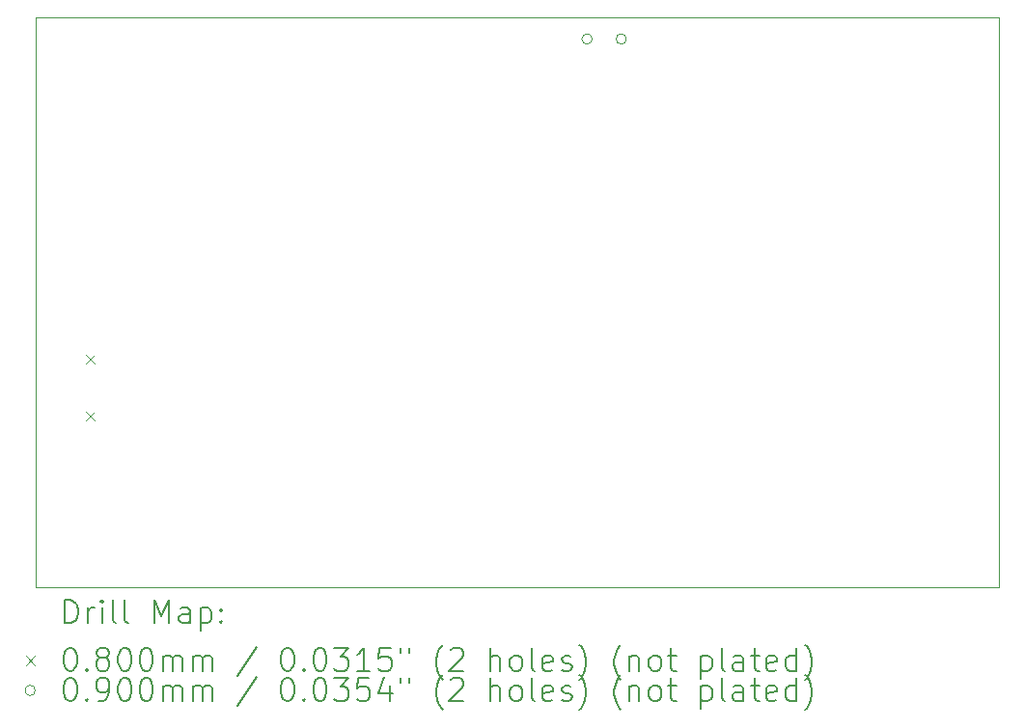
<source format=gbr>
%TF.GenerationSoftware,KiCad,Pcbnew,8.0.5*%
%TF.CreationDate,2024-11-27T11:34:08-05:00*%
%TF.ProjectId,Alfond PCB,416c666f-6e64-4205-9043-422e6b696361,rev?*%
%TF.SameCoordinates,Original*%
%TF.FileFunction,Drillmap*%
%TF.FilePolarity,Positive*%
%FSLAX45Y45*%
G04 Gerber Fmt 4.5, Leading zero omitted, Abs format (unit mm)*
G04 Created by KiCad (PCBNEW 8.0.5) date 2024-11-27 11:34:08*
%MOMM*%
%LPD*%
G01*
G04 APERTURE LIST*
%ADD10C,0.100000*%
%ADD11C,0.200000*%
G04 APERTURE END LIST*
D10*
X16100000Y-4800000D02*
X24550000Y-4800000D01*
X24550000Y-9800000D01*
X16100000Y-9800000D01*
X16100000Y-4800000D01*
D11*
D10*
X16540000Y-7760000D02*
X16620000Y-7840000D01*
X16620000Y-7760000D02*
X16540000Y-7840000D01*
X16540000Y-8260000D02*
X16620000Y-8340000D01*
X16620000Y-8260000D02*
X16540000Y-8340000D01*
X20980000Y-4989000D02*
G75*
G02*
X20890000Y-4989000I-45000J0D01*
G01*
X20890000Y-4989000D02*
G75*
G02*
X20980000Y-4989000I45000J0D01*
G01*
X21280000Y-4989000D02*
G75*
G02*
X21190000Y-4989000I-45000J0D01*
G01*
X21190000Y-4989000D02*
G75*
G02*
X21280000Y-4989000I45000J0D01*
G01*
D11*
X16355777Y-10116484D02*
X16355777Y-9916484D01*
X16355777Y-9916484D02*
X16403396Y-9916484D01*
X16403396Y-9916484D02*
X16431967Y-9926008D01*
X16431967Y-9926008D02*
X16451015Y-9945055D01*
X16451015Y-9945055D02*
X16460539Y-9964103D01*
X16460539Y-9964103D02*
X16470062Y-10002198D01*
X16470062Y-10002198D02*
X16470062Y-10030770D01*
X16470062Y-10030770D02*
X16460539Y-10068865D01*
X16460539Y-10068865D02*
X16451015Y-10087912D01*
X16451015Y-10087912D02*
X16431967Y-10106960D01*
X16431967Y-10106960D02*
X16403396Y-10116484D01*
X16403396Y-10116484D02*
X16355777Y-10116484D01*
X16555777Y-10116484D02*
X16555777Y-9983150D01*
X16555777Y-10021246D02*
X16565301Y-10002198D01*
X16565301Y-10002198D02*
X16574824Y-9992674D01*
X16574824Y-9992674D02*
X16593872Y-9983150D01*
X16593872Y-9983150D02*
X16612920Y-9983150D01*
X16679586Y-10116484D02*
X16679586Y-9983150D01*
X16679586Y-9916484D02*
X16670062Y-9926008D01*
X16670062Y-9926008D02*
X16679586Y-9935531D01*
X16679586Y-9935531D02*
X16689110Y-9926008D01*
X16689110Y-9926008D02*
X16679586Y-9916484D01*
X16679586Y-9916484D02*
X16679586Y-9935531D01*
X16803396Y-10116484D02*
X16784348Y-10106960D01*
X16784348Y-10106960D02*
X16774824Y-10087912D01*
X16774824Y-10087912D02*
X16774824Y-9916484D01*
X16908158Y-10116484D02*
X16889110Y-10106960D01*
X16889110Y-10106960D02*
X16879586Y-10087912D01*
X16879586Y-10087912D02*
X16879586Y-9916484D01*
X17136729Y-10116484D02*
X17136729Y-9916484D01*
X17136729Y-9916484D02*
X17203396Y-10059341D01*
X17203396Y-10059341D02*
X17270063Y-9916484D01*
X17270063Y-9916484D02*
X17270063Y-10116484D01*
X17451015Y-10116484D02*
X17451015Y-10011722D01*
X17451015Y-10011722D02*
X17441491Y-9992674D01*
X17441491Y-9992674D02*
X17422444Y-9983150D01*
X17422444Y-9983150D02*
X17384348Y-9983150D01*
X17384348Y-9983150D02*
X17365301Y-9992674D01*
X17451015Y-10106960D02*
X17431967Y-10116484D01*
X17431967Y-10116484D02*
X17384348Y-10116484D01*
X17384348Y-10116484D02*
X17365301Y-10106960D01*
X17365301Y-10106960D02*
X17355777Y-10087912D01*
X17355777Y-10087912D02*
X17355777Y-10068865D01*
X17355777Y-10068865D02*
X17365301Y-10049817D01*
X17365301Y-10049817D02*
X17384348Y-10040293D01*
X17384348Y-10040293D02*
X17431967Y-10040293D01*
X17431967Y-10040293D02*
X17451015Y-10030770D01*
X17546253Y-9983150D02*
X17546253Y-10183150D01*
X17546253Y-9992674D02*
X17565301Y-9983150D01*
X17565301Y-9983150D02*
X17603396Y-9983150D01*
X17603396Y-9983150D02*
X17622444Y-9992674D01*
X17622444Y-9992674D02*
X17631967Y-10002198D01*
X17631967Y-10002198D02*
X17641491Y-10021246D01*
X17641491Y-10021246D02*
X17641491Y-10078389D01*
X17641491Y-10078389D02*
X17631967Y-10097436D01*
X17631967Y-10097436D02*
X17622444Y-10106960D01*
X17622444Y-10106960D02*
X17603396Y-10116484D01*
X17603396Y-10116484D02*
X17565301Y-10116484D01*
X17565301Y-10116484D02*
X17546253Y-10106960D01*
X17727205Y-10097436D02*
X17736729Y-10106960D01*
X17736729Y-10106960D02*
X17727205Y-10116484D01*
X17727205Y-10116484D02*
X17717682Y-10106960D01*
X17717682Y-10106960D02*
X17727205Y-10097436D01*
X17727205Y-10097436D02*
X17727205Y-10116484D01*
X17727205Y-9992674D02*
X17736729Y-10002198D01*
X17736729Y-10002198D02*
X17727205Y-10011722D01*
X17727205Y-10011722D02*
X17717682Y-10002198D01*
X17717682Y-10002198D02*
X17727205Y-9992674D01*
X17727205Y-9992674D02*
X17727205Y-10011722D01*
D10*
X16015000Y-10405000D02*
X16095000Y-10485000D01*
X16095000Y-10405000D02*
X16015000Y-10485000D01*
D11*
X16393872Y-10336484D02*
X16412920Y-10336484D01*
X16412920Y-10336484D02*
X16431967Y-10346008D01*
X16431967Y-10346008D02*
X16441491Y-10355531D01*
X16441491Y-10355531D02*
X16451015Y-10374579D01*
X16451015Y-10374579D02*
X16460539Y-10412674D01*
X16460539Y-10412674D02*
X16460539Y-10460293D01*
X16460539Y-10460293D02*
X16451015Y-10498389D01*
X16451015Y-10498389D02*
X16441491Y-10517436D01*
X16441491Y-10517436D02*
X16431967Y-10526960D01*
X16431967Y-10526960D02*
X16412920Y-10536484D01*
X16412920Y-10536484D02*
X16393872Y-10536484D01*
X16393872Y-10536484D02*
X16374824Y-10526960D01*
X16374824Y-10526960D02*
X16365301Y-10517436D01*
X16365301Y-10517436D02*
X16355777Y-10498389D01*
X16355777Y-10498389D02*
X16346253Y-10460293D01*
X16346253Y-10460293D02*
X16346253Y-10412674D01*
X16346253Y-10412674D02*
X16355777Y-10374579D01*
X16355777Y-10374579D02*
X16365301Y-10355531D01*
X16365301Y-10355531D02*
X16374824Y-10346008D01*
X16374824Y-10346008D02*
X16393872Y-10336484D01*
X16546253Y-10517436D02*
X16555777Y-10526960D01*
X16555777Y-10526960D02*
X16546253Y-10536484D01*
X16546253Y-10536484D02*
X16536729Y-10526960D01*
X16536729Y-10526960D02*
X16546253Y-10517436D01*
X16546253Y-10517436D02*
X16546253Y-10536484D01*
X16670062Y-10422198D02*
X16651015Y-10412674D01*
X16651015Y-10412674D02*
X16641491Y-10403150D01*
X16641491Y-10403150D02*
X16631967Y-10384103D01*
X16631967Y-10384103D02*
X16631967Y-10374579D01*
X16631967Y-10374579D02*
X16641491Y-10355531D01*
X16641491Y-10355531D02*
X16651015Y-10346008D01*
X16651015Y-10346008D02*
X16670062Y-10336484D01*
X16670062Y-10336484D02*
X16708158Y-10336484D01*
X16708158Y-10336484D02*
X16727205Y-10346008D01*
X16727205Y-10346008D02*
X16736729Y-10355531D01*
X16736729Y-10355531D02*
X16746253Y-10374579D01*
X16746253Y-10374579D02*
X16746253Y-10384103D01*
X16746253Y-10384103D02*
X16736729Y-10403150D01*
X16736729Y-10403150D02*
X16727205Y-10412674D01*
X16727205Y-10412674D02*
X16708158Y-10422198D01*
X16708158Y-10422198D02*
X16670062Y-10422198D01*
X16670062Y-10422198D02*
X16651015Y-10431722D01*
X16651015Y-10431722D02*
X16641491Y-10441246D01*
X16641491Y-10441246D02*
X16631967Y-10460293D01*
X16631967Y-10460293D02*
X16631967Y-10498389D01*
X16631967Y-10498389D02*
X16641491Y-10517436D01*
X16641491Y-10517436D02*
X16651015Y-10526960D01*
X16651015Y-10526960D02*
X16670062Y-10536484D01*
X16670062Y-10536484D02*
X16708158Y-10536484D01*
X16708158Y-10536484D02*
X16727205Y-10526960D01*
X16727205Y-10526960D02*
X16736729Y-10517436D01*
X16736729Y-10517436D02*
X16746253Y-10498389D01*
X16746253Y-10498389D02*
X16746253Y-10460293D01*
X16746253Y-10460293D02*
X16736729Y-10441246D01*
X16736729Y-10441246D02*
X16727205Y-10431722D01*
X16727205Y-10431722D02*
X16708158Y-10422198D01*
X16870063Y-10336484D02*
X16889110Y-10336484D01*
X16889110Y-10336484D02*
X16908158Y-10346008D01*
X16908158Y-10346008D02*
X16917682Y-10355531D01*
X16917682Y-10355531D02*
X16927205Y-10374579D01*
X16927205Y-10374579D02*
X16936729Y-10412674D01*
X16936729Y-10412674D02*
X16936729Y-10460293D01*
X16936729Y-10460293D02*
X16927205Y-10498389D01*
X16927205Y-10498389D02*
X16917682Y-10517436D01*
X16917682Y-10517436D02*
X16908158Y-10526960D01*
X16908158Y-10526960D02*
X16889110Y-10536484D01*
X16889110Y-10536484D02*
X16870063Y-10536484D01*
X16870063Y-10536484D02*
X16851015Y-10526960D01*
X16851015Y-10526960D02*
X16841491Y-10517436D01*
X16841491Y-10517436D02*
X16831967Y-10498389D01*
X16831967Y-10498389D02*
X16822444Y-10460293D01*
X16822444Y-10460293D02*
X16822444Y-10412674D01*
X16822444Y-10412674D02*
X16831967Y-10374579D01*
X16831967Y-10374579D02*
X16841491Y-10355531D01*
X16841491Y-10355531D02*
X16851015Y-10346008D01*
X16851015Y-10346008D02*
X16870063Y-10336484D01*
X17060539Y-10336484D02*
X17079586Y-10336484D01*
X17079586Y-10336484D02*
X17098634Y-10346008D01*
X17098634Y-10346008D02*
X17108158Y-10355531D01*
X17108158Y-10355531D02*
X17117682Y-10374579D01*
X17117682Y-10374579D02*
X17127205Y-10412674D01*
X17127205Y-10412674D02*
X17127205Y-10460293D01*
X17127205Y-10460293D02*
X17117682Y-10498389D01*
X17117682Y-10498389D02*
X17108158Y-10517436D01*
X17108158Y-10517436D02*
X17098634Y-10526960D01*
X17098634Y-10526960D02*
X17079586Y-10536484D01*
X17079586Y-10536484D02*
X17060539Y-10536484D01*
X17060539Y-10536484D02*
X17041491Y-10526960D01*
X17041491Y-10526960D02*
X17031967Y-10517436D01*
X17031967Y-10517436D02*
X17022444Y-10498389D01*
X17022444Y-10498389D02*
X17012920Y-10460293D01*
X17012920Y-10460293D02*
X17012920Y-10412674D01*
X17012920Y-10412674D02*
X17022444Y-10374579D01*
X17022444Y-10374579D02*
X17031967Y-10355531D01*
X17031967Y-10355531D02*
X17041491Y-10346008D01*
X17041491Y-10346008D02*
X17060539Y-10336484D01*
X17212920Y-10536484D02*
X17212920Y-10403150D01*
X17212920Y-10422198D02*
X17222444Y-10412674D01*
X17222444Y-10412674D02*
X17241491Y-10403150D01*
X17241491Y-10403150D02*
X17270063Y-10403150D01*
X17270063Y-10403150D02*
X17289110Y-10412674D01*
X17289110Y-10412674D02*
X17298634Y-10431722D01*
X17298634Y-10431722D02*
X17298634Y-10536484D01*
X17298634Y-10431722D02*
X17308158Y-10412674D01*
X17308158Y-10412674D02*
X17327205Y-10403150D01*
X17327205Y-10403150D02*
X17355777Y-10403150D01*
X17355777Y-10403150D02*
X17374825Y-10412674D01*
X17374825Y-10412674D02*
X17384348Y-10431722D01*
X17384348Y-10431722D02*
X17384348Y-10536484D01*
X17479586Y-10536484D02*
X17479586Y-10403150D01*
X17479586Y-10422198D02*
X17489110Y-10412674D01*
X17489110Y-10412674D02*
X17508158Y-10403150D01*
X17508158Y-10403150D02*
X17536729Y-10403150D01*
X17536729Y-10403150D02*
X17555777Y-10412674D01*
X17555777Y-10412674D02*
X17565301Y-10431722D01*
X17565301Y-10431722D02*
X17565301Y-10536484D01*
X17565301Y-10431722D02*
X17574825Y-10412674D01*
X17574825Y-10412674D02*
X17593872Y-10403150D01*
X17593872Y-10403150D02*
X17622444Y-10403150D01*
X17622444Y-10403150D02*
X17641491Y-10412674D01*
X17641491Y-10412674D02*
X17651015Y-10431722D01*
X17651015Y-10431722D02*
X17651015Y-10536484D01*
X18041491Y-10326960D02*
X17870063Y-10584103D01*
X18298634Y-10336484D02*
X18317682Y-10336484D01*
X18317682Y-10336484D02*
X18336729Y-10346008D01*
X18336729Y-10346008D02*
X18346253Y-10355531D01*
X18346253Y-10355531D02*
X18355777Y-10374579D01*
X18355777Y-10374579D02*
X18365301Y-10412674D01*
X18365301Y-10412674D02*
X18365301Y-10460293D01*
X18365301Y-10460293D02*
X18355777Y-10498389D01*
X18355777Y-10498389D02*
X18346253Y-10517436D01*
X18346253Y-10517436D02*
X18336729Y-10526960D01*
X18336729Y-10526960D02*
X18317682Y-10536484D01*
X18317682Y-10536484D02*
X18298634Y-10536484D01*
X18298634Y-10536484D02*
X18279587Y-10526960D01*
X18279587Y-10526960D02*
X18270063Y-10517436D01*
X18270063Y-10517436D02*
X18260539Y-10498389D01*
X18260539Y-10498389D02*
X18251015Y-10460293D01*
X18251015Y-10460293D02*
X18251015Y-10412674D01*
X18251015Y-10412674D02*
X18260539Y-10374579D01*
X18260539Y-10374579D02*
X18270063Y-10355531D01*
X18270063Y-10355531D02*
X18279587Y-10346008D01*
X18279587Y-10346008D02*
X18298634Y-10336484D01*
X18451015Y-10517436D02*
X18460539Y-10526960D01*
X18460539Y-10526960D02*
X18451015Y-10536484D01*
X18451015Y-10536484D02*
X18441491Y-10526960D01*
X18441491Y-10526960D02*
X18451015Y-10517436D01*
X18451015Y-10517436D02*
X18451015Y-10536484D01*
X18584348Y-10336484D02*
X18603396Y-10336484D01*
X18603396Y-10336484D02*
X18622444Y-10346008D01*
X18622444Y-10346008D02*
X18631968Y-10355531D01*
X18631968Y-10355531D02*
X18641491Y-10374579D01*
X18641491Y-10374579D02*
X18651015Y-10412674D01*
X18651015Y-10412674D02*
X18651015Y-10460293D01*
X18651015Y-10460293D02*
X18641491Y-10498389D01*
X18641491Y-10498389D02*
X18631968Y-10517436D01*
X18631968Y-10517436D02*
X18622444Y-10526960D01*
X18622444Y-10526960D02*
X18603396Y-10536484D01*
X18603396Y-10536484D02*
X18584348Y-10536484D01*
X18584348Y-10536484D02*
X18565301Y-10526960D01*
X18565301Y-10526960D02*
X18555777Y-10517436D01*
X18555777Y-10517436D02*
X18546253Y-10498389D01*
X18546253Y-10498389D02*
X18536729Y-10460293D01*
X18536729Y-10460293D02*
X18536729Y-10412674D01*
X18536729Y-10412674D02*
X18546253Y-10374579D01*
X18546253Y-10374579D02*
X18555777Y-10355531D01*
X18555777Y-10355531D02*
X18565301Y-10346008D01*
X18565301Y-10346008D02*
X18584348Y-10336484D01*
X18717682Y-10336484D02*
X18841491Y-10336484D01*
X18841491Y-10336484D02*
X18774825Y-10412674D01*
X18774825Y-10412674D02*
X18803396Y-10412674D01*
X18803396Y-10412674D02*
X18822444Y-10422198D01*
X18822444Y-10422198D02*
X18831968Y-10431722D01*
X18831968Y-10431722D02*
X18841491Y-10450770D01*
X18841491Y-10450770D02*
X18841491Y-10498389D01*
X18841491Y-10498389D02*
X18831968Y-10517436D01*
X18831968Y-10517436D02*
X18822444Y-10526960D01*
X18822444Y-10526960D02*
X18803396Y-10536484D01*
X18803396Y-10536484D02*
X18746253Y-10536484D01*
X18746253Y-10536484D02*
X18727206Y-10526960D01*
X18727206Y-10526960D02*
X18717682Y-10517436D01*
X19031968Y-10536484D02*
X18917682Y-10536484D01*
X18974825Y-10536484D02*
X18974825Y-10336484D01*
X18974825Y-10336484D02*
X18955777Y-10365055D01*
X18955777Y-10365055D02*
X18936729Y-10384103D01*
X18936729Y-10384103D02*
X18917682Y-10393627D01*
X19212920Y-10336484D02*
X19117682Y-10336484D01*
X19117682Y-10336484D02*
X19108158Y-10431722D01*
X19108158Y-10431722D02*
X19117682Y-10422198D01*
X19117682Y-10422198D02*
X19136729Y-10412674D01*
X19136729Y-10412674D02*
X19184349Y-10412674D01*
X19184349Y-10412674D02*
X19203396Y-10422198D01*
X19203396Y-10422198D02*
X19212920Y-10431722D01*
X19212920Y-10431722D02*
X19222444Y-10450770D01*
X19222444Y-10450770D02*
X19222444Y-10498389D01*
X19222444Y-10498389D02*
X19212920Y-10517436D01*
X19212920Y-10517436D02*
X19203396Y-10526960D01*
X19203396Y-10526960D02*
X19184349Y-10536484D01*
X19184349Y-10536484D02*
X19136729Y-10536484D01*
X19136729Y-10536484D02*
X19117682Y-10526960D01*
X19117682Y-10526960D02*
X19108158Y-10517436D01*
X19298634Y-10336484D02*
X19298634Y-10374579D01*
X19374825Y-10336484D02*
X19374825Y-10374579D01*
X19670063Y-10612674D02*
X19660539Y-10603150D01*
X19660539Y-10603150D02*
X19641491Y-10574579D01*
X19641491Y-10574579D02*
X19631968Y-10555531D01*
X19631968Y-10555531D02*
X19622444Y-10526960D01*
X19622444Y-10526960D02*
X19612920Y-10479341D01*
X19612920Y-10479341D02*
X19612920Y-10441246D01*
X19612920Y-10441246D02*
X19622444Y-10393627D01*
X19622444Y-10393627D02*
X19631968Y-10365055D01*
X19631968Y-10365055D02*
X19641491Y-10346008D01*
X19641491Y-10346008D02*
X19660539Y-10317436D01*
X19660539Y-10317436D02*
X19670063Y-10307912D01*
X19736730Y-10355531D02*
X19746253Y-10346008D01*
X19746253Y-10346008D02*
X19765301Y-10336484D01*
X19765301Y-10336484D02*
X19812920Y-10336484D01*
X19812920Y-10336484D02*
X19831968Y-10346008D01*
X19831968Y-10346008D02*
X19841491Y-10355531D01*
X19841491Y-10355531D02*
X19851015Y-10374579D01*
X19851015Y-10374579D02*
X19851015Y-10393627D01*
X19851015Y-10393627D02*
X19841491Y-10422198D01*
X19841491Y-10422198D02*
X19727206Y-10536484D01*
X19727206Y-10536484D02*
X19851015Y-10536484D01*
X20089111Y-10536484D02*
X20089111Y-10336484D01*
X20174825Y-10536484D02*
X20174825Y-10431722D01*
X20174825Y-10431722D02*
X20165301Y-10412674D01*
X20165301Y-10412674D02*
X20146253Y-10403150D01*
X20146253Y-10403150D02*
X20117682Y-10403150D01*
X20117682Y-10403150D02*
X20098634Y-10412674D01*
X20098634Y-10412674D02*
X20089111Y-10422198D01*
X20298634Y-10536484D02*
X20279587Y-10526960D01*
X20279587Y-10526960D02*
X20270063Y-10517436D01*
X20270063Y-10517436D02*
X20260539Y-10498389D01*
X20260539Y-10498389D02*
X20260539Y-10441246D01*
X20260539Y-10441246D02*
X20270063Y-10422198D01*
X20270063Y-10422198D02*
X20279587Y-10412674D01*
X20279587Y-10412674D02*
X20298634Y-10403150D01*
X20298634Y-10403150D02*
X20327206Y-10403150D01*
X20327206Y-10403150D02*
X20346253Y-10412674D01*
X20346253Y-10412674D02*
X20355777Y-10422198D01*
X20355777Y-10422198D02*
X20365301Y-10441246D01*
X20365301Y-10441246D02*
X20365301Y-10498389D01*
X20365301Y-10498389D02*
X20355777Y-10517436D01*
X20355777Y-10517436D02*
X20346253Y-10526960D01*
X20346253Y-10526960D02*
X20327206Y-10536484D01*
X20327206Y-10536484D02*
X20298634Y-10536484D01*
X20479587Y-10536484D02*
X20460539Y-10526960D01*
X20460539Y-10526960D02*
X20451015Y-10507912D01*
X20451015Y-10507912D02*
X20451015Y-10336484D01*
X20631968Y-10526960D02*
X20612920Y-10536484D01*
X20612920Y-10536484D02*
X20574825Y-10536484D01*
X20574825Y-10536484D02*
X20555777Y-10526960D01*
X20555777Y-10526960D02*
X20546253Y-10507912D01*
X20546253Y-10507912D02*
X20546253Y-10431722D01*
X20546253Y-10431722D02*
X20555777Y-10412674D01*
X20555777Y-10412674D02*
X20574825Y-10403150D01*
X20574825Y-10403150D02*
X20612920Y-10403150D01*
X20612920Y-10403150D02*
X20631968Y-10412674D01*
X20631968Y-10412674D02*
X20641492Y-10431722D01*
X20641492Y-10431722D02*
X20641492Y-10450770D01*
X20641492Y-10450770D02*
X20546253Y-10469817D01*
X20717682Y-10526960D02*
X20736730Y-10536484D01*
X20736730Y-10536484D02*
X20774825Y-10536484D01*
X20774825Y-10536484D02*
X20793873Y-10526960D01*
X20793873Y-10526960D02*
X20803396Y-10507912D01*
X20803396Y-10507912D02*
X20803396Y-10498389D01*
X20803396Y-10498389D02*
X20793873Y-10479341D01*
X20793873Y-10479341D02*
X20774825Y-10469817D01*
X20774825Y-10469817D02*
X20746253Y-10469817D01*
X20746253Y-10469817D02*
X20727206Y-10460293D01*
X20727206Y-10460293D02*
X20717682Y-10441246D01*
X20717682Y-10441246D02*
X20717682Y-10431722D01*
X20717682Y-10431722D02*
X20727206Y-10412674D01*
X20727206Y-10412674D02*
X20746253Y-10403150D01*
X20746253Y-10403150D02*
X20774825Y-10403150D01*
X20774825Y-10403150D02*
X20793873Y-10412674D01*
X20870063Y-10612674D02*
X20879587Y-10603150D01*
X20879587Y-10603150D02*
X20898634Y-10574579D01*
X20898634Y-10574579D02*
X20908158Y-10555531D01*
X20908158Y-10555531D02*
X20917682Y-10526960D01*
X20917682Y-10526960D02*
X20927206Y-10479341D01*
X20927206Y-10479341D02*
X20927206Y-10441246D01*
X20927206Y-10441246D02*
X20917682Y-10393627D01*
X20917682Y-10393627D02*
X20908158Y-10365055D01*
X20908158Y-10365055D02*
X20898634Y-10346008D01*
X20898634Y-10346008D02*
X20879587Y-10317436D01*
X20879587Y-10317436D02*
X20870063Y-10307912D01*
X21231968Y-10612674D02*
X21222444Y-10603150D01*
X21222444Y-10603150D02*
X21203396Y-10574579D01*
X21203396Y-10574579D02*
X21193873Y-10555531D01*
X21193873Y-10555531D02*
X21184349Y-10526960D01*
X21184349Y-10526960D02*
X21174825Y-10479341D01*
X21174825Y-10479341D02*
X21174825Y-10441246D01*
X21174825Y-10441246D02*
X21184349Y-10393627D01*
X21184349Y-10393627D02*
X21193873Y-10365055D01*
X21193873Y-10365055D02*
X21203396Y-10346008D01*
X21203396Y-10346008D02*
X21222444Y-10317436D01*
X21222444Y-10317436D02*
X21231968Y-10307912D01*
X21308158Y-10403150D02*
X21308158Y-10536484D01*
X21308158Y-10422198D02*
X21317682Y-10412674D01*
X21317682Y-10412674D02*
X21336730Y-10403150D01*
X21336730Y-10403150D02*
X21365301Y-10403150D01*
X21365301Y-10403150D02*
X21384349Y-10412674D01*
X21384349Y-10412674D02*
X21393873Y-10431722D01*
X21393873Y-10431722D02*
X21393873Y-10536484D01*
X21517682Y-10536484D02*
X21498634Y-10526960D01*
X21498634Y-10526960D02*
X21489111Y-10517436D01*
X21489111Y-10517436D02*
X21479587Y-10498389D01*
X21479587Y-10498389D02*
X21479587Y-10441246D01*
X21479587Y-10441246D02*
X21489111Y-10422198D01*
X21489111Y-10422198D02*
X21498634Y-10412674D01*
X21498634Y-10412674D02*
X21517682Y-10403150D01*
X21517682Y-10403150D02*
X21546254Y-10403150D01*
X21546254Y-10403150D02*
X21565301Y-10412674D01*
X21565301Y-10412674D02*
X21574825Y-10422198D01*
X21574825Y-10422198D02*
X21584349Y-10441246D01*
X21584349Y-10441246D02*
X21584349Y-10498389D01*
X21584349Y-10498389D02*
X21574825Y-10517436D01*
X21574825Y-10517436D02*
X21565301Y-10526960D01*
X21565301Y-10526960D02*
X21546254Y-10536484D01*
X21546254Y-10536484D02*
X21517682Y-10536484D01*
X21641492Y-10403150D02*
X21717682Y-10403150D01*
X21670063Y-10336484D02*
X21670063Y-10507912D01*
X21670063Y-10507912D02*
X21679587Y-10526960D01*
X21679587Y-10526960D02*
X21698634Y-10536484D01*
X21698634Y-10536484D02*
X21717682Y-10536484D01*
X21936730Y-10403150D02*
X21936730Y-10603150D01*
X21936730Y-10412674D02*
X21955777Y-10403150D01*
X21955777Y-10403150D02*
X21993873Y-10403150D01*
X21993873Y-10403150D02*
X22012920Y-10412674D01*
X22012920Y-10412674D02*
X22022444Y-10422198D01*
X22022444Y-10422198D02*
X22031968Y-10441246D01*
X22031968Y-10441246D02*
X22031968Y-10498389D01*
X22031968Y-10498389D02*
X22022444Y-10517436D01*
X22022444Y-10517436D02*
X22012920Y-10526960D01*
X22012920Y-10526960D02*
X21993873Y-10536484D01*
X21993873Y-10536484D02*
X21955777Y-10536484D01*
X21955777Y-10536484D02*
X21936730Y-10526960D01*
X22146254Y-10536484D02*
X22127206Y-10526960D01*
X22127206Y-10526960D02*
X22117682Y-10507912D01*
X22117682Y-10507912D02*
X22117682Y-10336484D01*
X22308158Y-10536484D02*
X22308158Y-10431722D01*
X22308158Y-10431722D02*
X22298635Y-10412674D01*
X22298635Y-10412674D02*
X22279587Y-10403150D01*
X22279587Y-10403150D02*
X22241492Y-10403150D01*
X22241492Y-10403150D02*
X22222444Y-10412674D01*
X22308158Y-10526960D02*
X22289111Y-10536484D01*
X22289111Y-10536484D02*
X22241492Y-10536484D01*
X22241492Y-10536484D02*
X22222444Y-10526960D01*
X22222444Y-10526960D02*
X22212920Y-10507912D01*
X22212920Y-10507912D02*
X22212920Y-10488865D01*
X22212920Y-10488865D02*
X22222444Y-10469817D01*
X22222444Y-10469817D02*
X22241492Y-10460293D01*
X22241492Y-10460293D02*
X22289111Y-10460293D01*
X22289111Y-10460293D02*
X22308158Y-10450770D01*
X22374825Y-10403150D02*
X22451015Y-10403150D01*
X22403396Y-10336484D02*
X22403396Y-10507912D01*
X22403396Y-10507912D02*
X22412920Y-10526960D01*
X22412920Y-10526960D02*
X22431968Y-10536484D01*
X22431968Y-10536484D02*
X22451015Y-10536484D01*
X22593873Y-10526960D02*
X22574825Y-10536484D01*
X22574825Y-10536484D02*
X22536730Y-10536484D01*
X22536730Y-10536484D02*
X22517682Y-10526960D01*
X22517682Y-10526960D02*
X22508158Y-10507912D01*
X22508158Y-10507912D02*
X22508158Y-10431722D01*
X22508158Y-10431722D02*
X22517682Y-10412674D01*
X22517682Y-10412674D02*
X22536730Y-10403150D01*
X22536730Y-10403150D02*
X22574825Y-10403150D01*
X22574825Y-10403150D02*
X22593873Y-10412674D01*
X22593873Y-10412674D02*
X22603396Y-10431722D01*
X22603396Y-10431722D02*
X22603396Y-10450770D01*
X22603396Y-10450770D02*
X22508158Y-10469817D01*
X22774825Y-10536484D02*
X22774825Y-10336484D01*
X22774825Y-10526960D02*
X22755777Y-10536484D01*
X22755777Y-10536484D02*
X22717682Y-10536484D01*
X22717682Y-10536484D02*
X22698634Y-10526960D01*
X22698634Y-10526960D02*
X22689111Y-10517436D01*
X22689111Y-10517436D02*
X22679587Y-10498389D01*
X22679587Y-10498389D02*
X22679587Y-10441246D01*
X22679587Y-10441246D02*
X22689111Y-10422198D01*
X22689111Y-10422198D02*
X22698634Y-10412674D01*
X22698634Y-10412674D02*
X22717682Y-10403150D01*
X22717682Y-10403150D02*
X22755777Y-10403150D01*
X22755777Y-10403150D02*
X22774825Y-10412674D01*
X22851015Y-10612674D02*
X22860539Y-10603150D01*
X22860539Y-10603150D02*
X22879587Y-10574579D01*
X22879587Y-10574579D02*
X22889111Y-10555531D01*
X22889111Y-10555531D02*
X22898634Y-10526960D01*
X22898634Y-10526960D02*
X22908158Y-10479341D01*
X22908158Y-10479341D02*
X22908158Y-10441246D01*
X22908158Y-10441246D02*
X22898634Y-10393627D01*
X22898634Y-10393627D02*
X22889111Y-10365055D01*
X22889111Y-10365055D02*
X22879587Y-10346008D01*
X22879587Y-10346008D02*
X22860539Y-10317436D01*
X22860539Y-10317436D02*
X22851015Y-10307912D01*
D10*
X16095000Y-10709000D02*
G75*
G02*
X16005000Y-10709000I-45000J0D01*
G01*
X16005000Y-10709000D02*
G75*
G02*
X16095000Y-10709000I45000J0D01*
G01*
D11*
X16393872Y-10600484D02*
X16412920Y-10600484D01*
X16412920Y-10600484D02*
X16431967Y-10610008D01*
X16431967Y-10610008D02*
X16441491Y-10619531D01*
X16441491Y-10619531D02*
X16451015Y-10638579D01*
X16451015Y-10638579D02*
X16460539Y-10676674D01*
X16460539Y-10676674D02*
X16460539Y-10724293D01*
X16460539Y-10724293D02*
X16451015Y-10762389D01*
X16451015Y-10762389D02*
X16441491Y-10781436D01*
X16441491Y-10781436D02*
X16431967Y-10790960D01*
X16431967Y-10790960D02*
X16412920Y-10800484D01*
X16412920Y-10800484D02*
X16393872Y-10800484D01*
X16393872Y-10800484D02*
X16374824Y-10790960D01*
X16374824Y-10790960D02*
X16365301Y-10781436D01*
X16365301Y-10781436D02*
X16355777Y-10762389D01*
X16355777Y-10762389D02*
X16346253Y-10724293D01*
X16346253Y-10724293D02*
X16346253Y-10676674D01*
X16346253Y-10676674D02*
X16355777Y-10638579D01*
X16355777Y-10638579D02*
X16365301Y-10619531D01*
X16365301Y-10619531D02*
X16374824Y-10610008D01*
X16374824Y-10610008D02*
X16393872Y-10600484D01*
X16546253Y-10781436D02*
X16555777Y-10790960D01*
X16555777Y-10790960D02*
X16546253Y-10800484D01*
X16546253Y-10800484D02*
X16536729Y-10790960D01*
X16536729Y-10790960D02*
X16546253Y-10781436D01*
X16546253Y-10781436D02*
X16546253Y-10800484D01*
X16651015Y-10800484D02*
X16689110Y-10800484D01*
X16689110Y-10800484D02*
X16708158Y-10790960D01*
X16708158Y-10790960D02*
X16717682Y-10781436D01*
X16717682Y-10781436D02*
X16736729Y-10752865D01*
X16736729Y-10752865D02*
X16746253Y-10714770D01*
X16746253Y-10714770D02*
X16746253Y-10638579D01*
X16746253Y-10638579D02*
X16736729Y-10619531D01*
X16736729Y-10619531D02*
X16727205Y-10610008D01*
X16727205Y-10610008D02*
X16708158Y-10600484D01*
X16708158Y-10600484D02*
X16670062Y-10600484D01*
X16670062Y-10600484D02*
X16651015Y-10610008D01*
X16651015Y-10610008D02*
X16641491Y-10619531D01*
X16641491Y-10619531D02*
X16631967Y-10638579D01*
X16631967Y-10638579D02*
X16631967Y-10686198D01*
X16631967Y-10686198D02*
X16641491Y-10705246D01*
X16641491Y-10705246D02*
X16651015Y-10714770D01*
X16651015Y-10714770D02*
X16670062Y-10724293D01*
X16670062Y-10724293D02*
X16708158Y-10724293D01*
X16708158Y-10724293D02*
X16727205Y-10714770D01*
X16727205Y-10714770D02*
X16736729Y-10705246D01*
X16736729Y-10705246D02*
X16746253Y-10686198D01*
X16870063Y-10600484D02*
X16889110Y-10600484D01*
X16889110Y-10600484D02*
X16908158Y-10610008D01*
X16908158Y-10610008D02*
X16917682Y-10619531D01*
X16917682Y-10619531D02*
X16927205Y-10638579D01*
X16927205Y-10638579D02*
X16936729Y-10676674D01*
X16936729Y-10676674D02*
X16936729Y-10724293D01*
X16936729Y-10724293D02*
X16927205Y-10762389D01*
X16927205Y-10762389D02*
X16917682Y-10781436D01*
X16917682Y-10781436D02*
X16908158Y-10790960D01*
X16908158Y-10790960D02*
X16889110Y-10800484D01*
X16889110Y-10800484D02*
X16870063Y-10800484D01*
X16870063Y-10800484D02*
X16851015Y-10790960D01*
X16851015Y-10790960D02*
X16841491Y-10781436D01*
X16841491Y-10781436D02*
X16831967Y-10762389D01*
X16831967Y-10762389D02*
X16822444Y-10724293D01*
X16822444Y-10724293D02*
X16822444Y-10676674D01*
X16822444Y-10676674D02*
X16831967Y-10638579D01*
X16831967Y-10638579D02*
X16841491Y-10619531D01*
X16841491Y-10619531D02*
X16851015Y-10610008D01*
X16851015Y-10610008D02*
X16870063Y-10600484D01*
X17060539Y-10600484D02*
X17079586Y-10600484D01*
X17079586Y-10600484D02*
X17098634Y-10610008D01*
X17098634Y-10610008D02*
X17108158Y-10619531D01*
X17108158Y-10619531D02*
X17117682Y-10638579D01*
X17117682Y-10638579D02*
X17127205Y-10676674D01*
X17127205Y-10676674D02*
X17127205Y-10724293D01*
X17127205Y-10724293D02*
X17117682Y-10762389D01*
X17117682Y-10762389D02*
X17108158Y-10781436D01*
X17108158Y-10781436D02*
X17098634Y-10790960D01*
X17098634Y-10790960D02*
X17079586Y-10800484D01*
X17079586Y-10800484D02*
X17060539Y-10800484D01*
X17060539Y-10800484D02*
X17041491Y-10790960D01*
X17041491Y-10790960D02*
X17031967Y-10781436D01*
X17031967Y-10781436D02*
X17022444Y-10762389D01*
X17022444Y-10762389D02*
X17012920Y-10724293D01*
X17012920Y-10724293D02*
X17012920Y-10676674D01*
X17012920Y-10676674D02*
X17022444Y-10638579D01*
X17022444Y-10638579D02*
X17031967Y-10619531D01*
X17031967Y-10619531D02*
X17041491Y-10610008D01*
X17041491Y-10610008D02*
X17060539Y-10600484D01*
X17212920Y-10800484D02*
X17212920Y-10667150D01*
X17212920Y-10686198D02*
X17222444Y-10676674D01*
X17222444Y-10676674D02*
X17241491Y-10667150D01*
X17241491Y-10667150D02*
X17270063Y-10667150D01*
X17270063Y-10667150D02*
X17289110Y-10676674D01*
X17289110Y-10676674D02*
X17298634Y-10695722D01*
X17298634Y-10695722D02*
X17298634Y-10800484D01*
X17298634Y-10695722D02*
X17308158Y-10676674D01*
X17308158Y-10676674D02*
X17327205Y-10667150D01*
X17327205Y-10667150D02*
X17355777Y-10667150D01*
X17355777Y-10667150D02*
X17374825Y-10676674D01*
X17374825Y-10676674D02*
X17384348Y-10695722D01*
X17384348Y-10695722D02*
X17384348Y-10800484D01*
X17479586Y-10800484D02*
X17479586Y-10667150D01*
X17479586Y-10686198D02*
X17489110Y-10676674D01*
X17489110Y-10676674D02*
X17508158Y-10667150D01*
X17508158Y-10667150D02*
X17536729Y-10667150D01*
X17536729Y-10667150D02*
X17555777Y-10676674D01*
X17555777Y-10676674D02*
X17565301Y-10695722D01*
X17565301Y-10695722D02*
X17565301Y-10800484D01*
X17565301Y-10695722D02*
X17574825Y-10676674D01*
X17574825Y-10676674D02*
X17593872Y-10667150D01*
X17593872Y-10667150D02*
X17622444Y-10667150D01*
X17622444Y-10667150D02*
X17641491Y-10676674D01*
X17641491Y-10676674D02*
X17651015Y-10695722D01*
X17651015Y-10695722D02*
X17651015Y-10800484D01*
X18041491Y-10590960D02*
X17870063Y-10848103D01*
X18298634Y-10600484D02*
X18317682Y-10600484D01*
X18317682Y-10600484D02*
X18336729Y-10610008D01*
X18336729Y-10610008D02*
X18346253Y-10619531D01*
X18346253Y-10619531D02*
X18355777Y-10638579D01*
X18355777Y-10638579D02*
X18365301Y-10676674D01*
X18365301Y-10676674D02*
X18365301Y-10724293D01*
X18365301Y-10724293D02*
X18355777Y-10762389D01*
X18355777Y-10762389D02*
X18346253Y-10781436D01*
X18346253Y-10781436D02*
X18336729Y-10790960D01*
X18336729Y-10790960D02*
X18317682Y-10800484D01*
X18317682Y-10800484D02*
X18298634Y-10800484D01*
X18298634Y-10800484D02*
X18279587Y-10790960D01*
X18279587Y-10790960D02*
X18270063Y-10781436D01*
X18270063Y-10781436D02*
X18260539Y-10762389D01*
X18260539Y-10762389D02*
X18251015Y-10724293D01*
X18251015Y-10724293D02*
X18251015Y-10676674D01*
X18251015Y-10676674D02*
X18260539Y-10638579D01*
X18260539Y-10638579D02*
X18270063Y-10619531D01*
X18270063Y-10619531D02*
X18279587Y-10610008D01*
X18279587Y-10610008D02*
X18298634Y-10600484D01*
X18451015Y-10781436D02*
X18460539Y-10790960D01*
X18460539Y-10790960D02*
X18451015Y-10800484D01*
X18451015Y-10800484D02*
X18441491Y-10790960D01*
X18441491Y-10790960D02*
X18451015Y-10781436D01*
X18451015Y-10781436D02*
X18451015Y-10800484D01*
X18584348Y-10600484D02*
X18603396Y-10600484D01*
X18603396Y-10600484D02*
X18622444Y-10610008D01*
X18622444Y-10610008D02*
X18631968Y-10619531D01*
X18631968Y-10619531D02*
X18641491Y-10638579D01*
X18641491Y-10638579D02*
X18651015Y-10676674D01*
X18651015Y-10676674D02*
X18651015Y-10724293D01*
X18651015Y-10724293D02*
X18641491Y-10762389D01*
X18641491Y-10762389D02*
X18631968Y-10781436D01*
X18631968Y-10781436D02*
X18622444Y-10790960D01*
X18622444Y-10790960D02*
X18603396Y-10800484D01*
X18603396Y-10800484D02*
X18584348Y-10800484D01*
X18584348Y-10800484D02*
X18565301Y-10790960D01*
X18565301Y-10790960D02*
X18555777Y-10781436D01*
X18555777Y-10781436D02*
X18546253Y-10762389D01*
X18546253Y-10762389D02*
X18536729Y-10724293D01*
X18536729Y-10724293D02*
X18536729Y-10676674D01*
X18536729Y-10676674D02*
X18546253Y-10638579D01*
X18546253Y-10638579D02*
X18555777Y-10619531D01*
X18555777Y-10619531D02*
X18565301Y-10610008D01*
X18565301Y-10610008D02*
X18584348Y-10600484D01*
X18717682Y-10600484D02*
X18841491Y-10600484D01*
X18841491Y-10600484D02*
X18774825Y-10676674D01*
X18774825Y-10676674D02*
X18803396Y-10676674D01*
X18803396Y-10676674D02*
X18822444Y-10686198D01*
X18822444Y-10686198D02*
X18831968Y-10695722D01*
X18831968Y-10695722D02*
X18841491Y-10714770D01*
X18841491Y-10714770D02*
X18841491Y-10762389D01*
X18841491Y-10762389D02*
X18831968Y-10781436D01*
X18831968Y-10781436D02*
X18822444Y-10790960D01*
X18822444Y-10790960D02*
X18803396Y-10800484D01*
X18803396Y-10800484D02*
X18746253Y-10800484D01*
X18746253Y-10800484D02*
X18727206Y-10790960D01*
X18727206Y-10790960D02*
X18717682Y-10781436D01*
X19022444Y-10600484D02*
X18927206Y-10600484D01*
X18927206Y-10600484D02*
X18917682Y-10695722D01*
X18917682Y-10695722D02*
X18927206Y-10686198D01*
X18927206Y-10686198D02*
X18946253Y-10676674D01*
X18946253Y-10676674D02*
X18993872Y-10676674D01*
X18993872Y-10676674D02*
X19012920Y-10686198D01*
X19012920Y-10686198D02*
X19022444Y-10695722D01*
X19022444Y-10695722D02*
X19031968Y-10714770D01*
X19031968Y-10714770D02*
X19031968Y-10762389D01*
X19031968Y-10762389D02*
X19022444Y-10781436D01*
X19022444Y-10781436D02*
X19012920Y-10790960D01*
X19012920Y-10790960D02*
X18993872Y-10800484D01*
X18993872Y-10800484D02*
X18946253Y-10800484D01*
X18946253Y-10800484D02*
X18927206Y-10790960D01*
X18927206Y-10790960D02*
X18917682Y-10781436D01*
X19203396Y-10667150D02*
X19203396Y-10800484D01*
X19155777Y-10590960D02*
X19108158Y-10733817D01*
X19108158Y-10733817D02*
X19231968Y-10733817D01*
X19298634Y-10600484D02*
X19298634Y-10638579D01*
X19374825Y-10600484D02*
X19374825Y-10638579D01*
X19670063Y-10876674D02*
X19660539Y-10867150D01*
X19660539Y-10867150D02*
X19641491Y-10838579D01*
X19641491Y-10838579D02*
X19631968Y-10819531D01*
X19631968Y-10819531D02*
X19622444Y-10790960D01*
X19622444Y-10790960D02*
X19612920Y-10743341D01*
X19612920Y-10743341D02*
X19612920Y-10705246D01*
X19612920Y-10705246D02*
X19622444Y-10657627D01*
X19622444Y-10657627D02*
X19631968Y-10629055D01*
X19631968Y-10629055D02*
X19641491Y-10610008D01*
X19641491Y-10610008D02*
X19660539Y-10581436D01*
X19660539Y-10581436D02*
X19670063Y-10571912D01*
X19736730Y-10619531D02*
X19746253Y-10610008D01*
X19746253Y-10610008D02*
X19765301Y-10600484D01*
X19765301Y-10600484D02*
X19812920Y-10600484D01*
X19812920Y-10600484D02*
X19831968Y-10610008D01*
X19831968Y-10610008D02*
X19841491Y-10619531D01*
X19841491Y-10619531D02*
X19851015Y-10638579D01*
X19851015Y-10638579D02*
X19851015Y-10657627D01*
X19851015Y-10657627D02*
X19841491Y-10686198D01*
X19841491Y-10686198D02*
X19727206Y-10800484D01*
X19727206Y-10800484D02*
X19851015Y-10800484D01*
X20089111Y-10800484D02*
X20089111Y-10600484D01*
X20174825Y-10800484D02*
X20174825Y-10695722D01*
X20174825Y-10695722D02*
X20165301Y-10676674D01*
X20165301Y-10676674D02*
X20146253Y-10667150D01*
X20146253Y-10667150D02*
X20117682Y-10667150D01*
X20117682Y-10667150D02*
X20098634Y-10676674D01*
X20098634Y-10676674D02*
X20089111Y-10686198D01*
X20298634Y-10800484D02*
X20279587Y-10790960D01*
X20279587Y-10790960D02*
X20270063Y-10781436D01*
X20270063Y-10781436D02*
X20260539Y-10762389D01*
X20260539Y-10762389D02*
X20260539Y-10705246D01*
X20260539Y-10705246D02*
X20270063Y-10686198D01*
X20270063Y-10686198D02*
X20279587Y-10676674D01*
X20279587Y-10676674D02*
X20298634Y-10667150D01*
X20298634Y-10667150D02*
X20327206Y-10667150D01*
X20327206Y-10667150D02*
X20346253Y-10676674D01*
X20346253Y-10676674D02*
X20355777Y-10686198D01*
X20355777Y-10686198D02*
X20365301Y-10705246D01*
X20365301Y-10705246D02*
X20365301Y-10762389D01*
X20365301Y-10762389D02*
X20355777Y-10781436D01*
X20355777Y-10781436D02*
X20346253Y-10790960D01*
X20346253Y-10790960D02*
X20327206Y-10800484D01*
X20327206Y-10800484D02*
X20298634Y-10800484D01*
X20479587Y-10800484D02*
X20460539Y-10790960D01*
X20460539Y-10790960D02*
X20451015Y-10771912D01*
X20451015Y-10771912D02*
X20451015Y-10600484D01*
X20631968Y-10790960D02*
X20612920Y-10800484D01*
X20612920Y-10800484D02*
X20574825Y-10800484D01*
X20574825Y-10800484D02*
X20555777Y-10790960D01*
X20555777Y-10790960D02*
X20546253Y-10771912D01*
X20546253Y-10771912D02*
X20546253Y-10695722D01*
X20546253Y-10695722D02*
X20555777Y-10676674D01*
X20555777Y-10676674D02*
X20574825Y-10667150D01*
X20574825Y-10667150D02*
X20612920Y-10667150D01*
X20612920Y-10667150D02*
X20631968Y-10676674D01*
X20631968Y-10676674D02*
X20641492Y-10695722D01*
X20641492Y-10695722D02*
X20641492Y-10714770D01*
X20641492Y-10714770D02*
X20546253Y-10733817D01*
X20717682Y-10790960D02*
X20736730Y-10800484D01*
X20736730Y-10800484D02*
X20774825Y-10800484D01*
X20774825Y-10800484D02*
X20793873Y-10790960D01*
X20793873Y-10790960D02*
X20803396Y-10771912D01*
X20803396Y-10771912D02*
X20803396Y-10762389D01*
X20803396Y-10762389D02*
X20793873Y-10743341D01*
X20793873Y-10743341D02*
X20774825Y-10733817D01*
X20774825Y-10733817D02*
X20746253Y-10733817D01*
X20746253Y-10733817D02*
X20727206Y-10724293D01*
X20727206Y-10724293D02*
X20717682Y-10705246D01*
X20717682Y-10705246D02*
X20717682Y-10695722D01*
X20717682Y-10695722D02*
X20727206Y-10676674D01*
X20727206Y-10676674D02*
X20746253Y-10667150D01*
X20746253Y-10667150D02*
X20774825Y-10667150D01*
X20774825Y-10667150D02*
X20793873Y-10676674D01*
X20870063Y-10876674D02*
X20879587Y-10867150D01*
X20879587Y-10867150D02*
X20898634Y-10838579D01*
X20898634Y-10838579D02*
X20908158Y-10819531D01*
X20908158Y-10819531D02*
X20917682Y-10790960D01*
X20917682Y-10790960D02*
X20927206Y-10743341D01*
X20927206Y-10743341D02*
X20927206Y-10705246D01*
X20927206Y-10705246D02*
X20917682Y-10657627D01*
X20917682Y-10657627D02*
X20908158Y-10629055D01*
X20908158Y-10629055D02*
X20898634Y-10610008D01*
X20898634Y-10610008D02*
X20879587Y-10581436D01*
X20879587Y-10581436D02*
X20870063Y-10571912D01*
X21231968Y-10876674D02*
X21222444Y-10867150D01*
X21222444Y-10867150D02*
X21203396Y-10838579D01*
X21203396Y-10838579D02*
X21193873Y-10819531D01*
X21193873Y-10819531D02*
X21184349Y-10790960D01*
X21184349Y-10790960D02*
X21174825Y-10743341D01*
X21174825Y-10743341D02*
X21174825Y-10705246D01*
X21174825Y-10705246D02*
X21184349Y-10657627D01*
X21184349Y-10657627D02*
X21193873Y-10629055D01*
X21193873Y-10629055D02*
X21203396Y-10610008D01*
X21203396Y-10610008D02*
X21222444Y-10581436D01*
X21222444Y-10581436D02*
X21231968Y-10571912D01*
X21308158Y-10667150D02*
X21308158Y-10800484D01*
X21308158Y-10686198D02*
X21317682Y-10676674D01*
X21317682Y-10676674D02*
X21336730Y-10667150D01*
X21336730Y-10667150D02*
X21365301Y-10667150D01*
X21365301Y-10667150D02*
X21384349Y-10676674D01*
X21384349Y-10676674D02*
X21393873Y-10695722D01*
X21393873Y-10695722D02*
X21393873Y-10800484D01*
X21517682Y-10800484D02*
X21498634Y-10790960D01*
X21498634Y-10790960D02*
X21489111Y-10781436D01*
X21489111Y-10781436D02*
X21479587Y-10762389D01*
X21479587Y-10762389D02*
X21479587Y-10705246D01*
X21479587Y-10705246D02*
X21489111Y-10686198D01*
X21489111Y-10686198D02*
X21498634Y-10676674D01*
X21498634Y-10676674D02*
X21517682Y-10667150D01*
X21517682Y-10667150D02*
X21546254Y-10667150D01*
X21546254Y-10667150D02*
X21565301Y-10676674D01*
X21565301Y-10676674D02*
X21574825Y-10686198D01*
X21574825Y-10686198D02*
X21584349Y-10705246D01*
X21584349Y-10705246D02*
X21584349Y-10762389D01*
X21584349Y-10762389D02*
X21574825Y-10781436D01*
X21574825Y-10781436D02*
X21565301Y-10790960D01*
X21565301Y-10790960D02*
X21546254Y-10800484D01*
X21546254Y-10800484D02*
X21517682Y-10800484D01*
X21641492Y-10667150D02*
X21717682Y-10667150D01*
X21670063Y-10600484D02*
X21670063Y-10771912D01*
X21670063Y-10771912D02*
X21679587Y-10790960D01*
X21679587Y-10790960D02*
X21698634Y-10800484D01*
X21698634Y-10800484D02*
X21717682Y-10800484D01*
X21936730Y-10667150D02*
X21936730Y-10867150D01*
X21936730Y-10676674D02*
X21955777Y-10667150D01*
X21955777Y-10667150D02*
X21993873Y-10667150D01*
X21993873Y-10667150D02*
X22012920Y-10676674D01*
X22012920Y-10676674D02*
X22022444Y-10686198D01*
X22022444Y-10686198D02*
X22031968Y-10705246D01*
X22031968Y-10705246D02*
X22031968Y-10762389D01*
X22031968Y-10762389D02*
X22022444Y-10781436D01*
X22022444Y-10781436D02*
X22012920Y-10790960D01*
X22012920Y-10790960D02*
X21993873Y-10800484D01*
X21993873Y-10800484D02*
X21955777Y-10800484D01*
X21955777Y-10800484D02*
X21936730Y-10790960D01*
X22146254Y-10800484D02*
X22127206Y-10790960D01*
X22127206Y-10790960D02*
X22117682Y-10771912D01*
X22117682Y-10771912D02*
X22117682Y-10600484D01*
X22308158Y-10800484D02*
X22308158Y-10695722D01*
X22308158Y-10695722D02*
X22298635Y-10676674D01*
X22298635Y-10676674D02*
X22279587Y-10667150D01*
X22279587Y-10667150D02*
X22241492Y-10667150D01*
X22241492Y-10667150D02*
X22222444Y-10676674D01*
X22308158Y-10790960D02*
X22289111Y-10800484D01*
X22289111Y-10800484D02*
X22241492Y-10800484D01*
X22241492Y-10800484D02*
X22222444Y-10790960D01*
X22222444Y-10790960D02*
X22212920Y-10771912D01*
X22212920Y-10771912D02*
X22212920Y-10752865D01*
X22212920Y-10752865D02*
X22222444Y-10733817D01*
X22222444Y-10733817D02*
X22241492Y-10724293D01*
X22241492Y-10724293D02*
X22289111Y-10724293D01*
X22289111Y-10724293D02*
X22308158Y-10714770D01*
X22374825Y-10667150D02*
X22451015Y-10667150D01*
X22403396Y-10600484D02*
X22403396Y-10771912D01*
X22403396Y-10771912D02*
X22412920Y-10790960D01*
X22412920Y-10790960D02*
X22431968Y-10800484D01*
X22431968Y-10800484D02*
X22451015Y-10800484D01*
X22593873Y-10790960D02*
X22574825Y-10800484D01*
X22574825Y-10800484D02*
X22536730Y-10800484D01*
X22536730Y-10800484D02*
X22517682Y-10790960D01*
X22517682Y-10790960D02*
X22508158Y-10771912D01*
X22508158Y-10771912D02*
X22508158Y-10695722D01*
X22508158Y-10695722D02*
X22517682Y-10676674D01*
X22517682Y-10676674D02*
X22536730Y-10667150D01*
X22536730Y-10667150D02*
X22574825Y-10667150D01*
X22574825Y-10667150D02*
X22593873Y-10676674D01*
X22593873Y-10676674D02*
X22603396Y-10695722D01*
X22603396Y-10695722D02*
X22603396Y-10714770D01*
X22603396Y-10714770D02*
X22508158Y-10733817D01*
X22774825Y-10800484D02*
X22774825Y-10600484D01*
X22774825Y-10790960D02*
X22755777Y-10800484D01*
X22755777Y-10800484D02*
X22717682Y-10800484D01*
X22717682Y-10800484D02*
X22698634Y-10790960D01*
X22698634Y-10790960D02*
X22689111Y-10781436D01*
X22689111Y-10781436D02*
X22679587Y-10762389D01*
X22679587Y-10762389D02*
X22679587Y-10705246D01*
X22679587Y-10705246D02*
X22689111Y-10686198D01*
X22689111Y-10686198D02*
X22698634Y-10676674D01*
X22698634Y-10676674D02*
X22717682Y-10667150D01*
X22717682Y-10667150D02*
X22755777Y-10667150D01*
X22755777Y-10667150D02*
X22774825Y-10676674D01*
X22851015Y-10876674D02*
X22860539Y-10867150D01*
X22860539Y-10867150D02*
X22879587Y-10838579D01*
X22879587Y-10838579D02*
X22889111Y-10819531D01*
X22889111Y-10819531D02*
X22898634Y-10790960D01*
X22898634Y-10790960D02*
X22908158Y-10743341D01*
X22908158Y-10743341D02*
X22908158Y-10705246D01*
X22908158Y-10705246D02*
X22898634Y-10657627D01*
X22898634Y-10657627D02*
X22889111Y-10629055D01*
X22889111Y-10629055D02*
X22879587Y-10610008D01*
X22879587Y-10610008D02*
X22860539Y-10581436D01*
X22860539Y-10581436D02*
X22851015Y-10571912D01*
M02*

</source>
